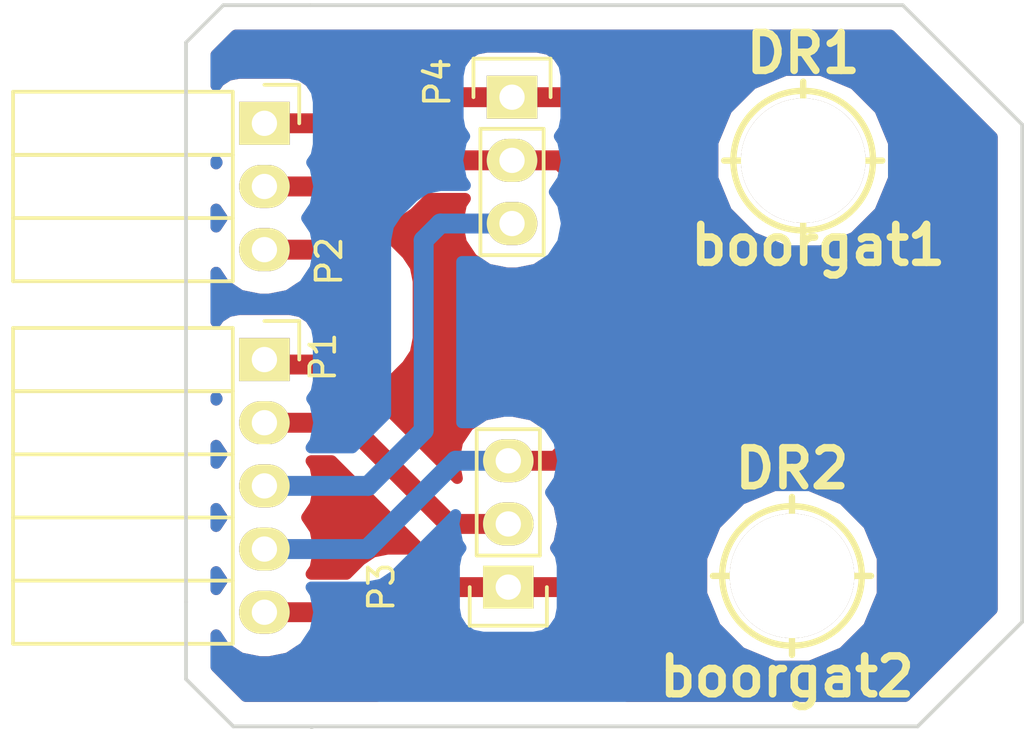
<source format=kicad_pcb>
(kicad_pcb (version 4) (host pcbnew 4.0.2-stable)

  (general
    (links 9)
    (no_connects 0)
    (area 18.324999 13.924999 52.075001 43.125001)
    (thickness 1.6)
    (drawings 15)
    (tracks 36)
    (zones 0)
    (modules 6)
    (nets 6)
  )

  (page A4)
  (layers
    (0 F.Cu signal)
    (31 B.Cu signal)
    (32 B.Adhes user)
    (33 F.Adhes user)
    (34 B.Paste user)
    (35 F.Paste user)
    (36 B.SilkS user)
    (37 F.SilkS user)
    (38 B.Mask user)
    (39 F.Mask user)
    (40 Dwgs.User user)
    (41 Cmts.User user)
    (42 Eco1.User user)
    (43 Eco2.User user)
    (44 Edge.Cuts user)
    (45 Margin user)
    (46 B.CrtYd user)
    (47 F.CrtYd user)
    (48 B.Fab user)
    (49 F.Fab user)
  )

  (setup
    (last_trace_width 0.8)
    (trace_clearance 0.5)
    (zone_clearance 0.908)
    (zone_45_only no)
    (trace_min 0.4)
    (segment_width 0.2)
    (edge_width 0.15)
    (via_size 0.6)
    (via_drill 0.4)
    (via_min_size 0.4)
    (via_min_drill 0.3)
    (uvia_size 0.3)
    (uvia_drill 0.1)
    (uvias_allowed no)
    (uvia_min_size 0.2)
    (uvia_min_drill 0.1)
    (pcb_text_width 0.3)
    (pcb_text_size 1.5 1.5)
    (mod_edge_width 0.15)
    (mod_text_size 1 1)
    (mod_text_width 0.15)
    (pad_size 1.524 1.524)
    (pad_drill 0.762)
    (pad_to_mask_clearance 0.2)
    (aux_axis_origin 0 0)
    (visible_elements 7FFFFFFF)
    (pcbplotparams
      (layerselection 0x00030_80000001)
      (usegerberextensions false)
      (excludeedgelayer true)
      (linewidth 0.100000)
      (plotframeref false)
      (viasonmask false)
      (mode 1)
      (useauxorigin false)
      (hpglpennumber 1)
      (hpglpenspeed 20)
      (hpglpendiameter 15)
      (hpglpenoverlay 2)
      (psnegative false)
      (psa4output false)
      (plotreference true)
      (plotvalue true)
      (plotinvisibletext false)
      (padsonsilk false)
      (subtractmaskfromsilk false)
      (outputformat 1)
      (mirror false)
      (drillshape 0)
      (scaleselection 1)
      (outputdirectory "GERBERS naar productie/"))
  )

  (net 0 "")
  (net 1 /D04)
  (net 2 /VSS)
  (net 3 /VCC)
  (net 4 /D03)
  (net 5 /D02)

  (net_class Default "Dit is de standaard class."
    (clearance 0.5)
    (trace_width 0.8)
    (via_dia 0.6)
    (via_drill 0.4)
    (uvia_dia 0.3)
    (uvia_drill 0.1)
    (add_net /D02)
    (add_net /D03)
    (add_net /D04)
    (add_net /VCC)
    (add_net /VSS)
  )

  (module Socket_Strips:Socket_Strip_Straight_1x03 (layer F.Cu) (tedit 57712E87) (tstamp 576C3E40)
    (at 31.35 37.4 90)
    (descr "Through hole socket strip")
    (tags "socket strip")
    (path /576C09F4)
    (fp_text reference P3 (at 0 -5.1 90) (layer F.SilkS)
      (effects (font (size 1 1) (thickness 0.15)))
    )
    (fp_text value KY-037 (at 2.45 3.3 90) (layer F.Fab)
      (effects (font (size 1 1) (thickness 0.15)))
    )
    (fp_line (start 0 -1.55) (end -1.55 -1.55) (layer F.SilkS) (width 0.15))
    (fp_line (start -1.55 -1.55) (end -1.55 1.55) (layer F.SilkS) (width 0.15))
    (fp_line (start -1.55 1.55) (end 0 1.55) (layer F.SilkS) (width 0.15))
    (fp_line (start -1.75 -1.75) (end -1.75 1.75) (layer F.CrtYd) (width 0.05))
    (fp_line (start 6.85 -1.75) (end 6.85 1.75) (layer F.CrtYd) (width 0.05))
    (fp_line (start -1.75 -1.75) (end 6.85 -1.75) (layer F.CrtYd) (width 0.05))
    (fp_line (start -1.75 1.75) (end 6.85 1.75) (layer F.CrtYd) (width 0.05))
    (fp_line (start 1.27 -1.27) (end 6.35 -1.27) (layer F.SilkS) (width 0.15))
    (fp_line (start 6.35 -1.27) (end 6.35 1.27) (layer F.SilkS) (width 0.15))
    (fp_line (start 6.35 1.27) (end 1.27 1.27) (layer F.SilkS) (width 0.15))
    (fp_line (start 1.27 1.27) (end 1.27 -1.27) (layer F.SilkS) (width 0.15))
    (pad 1 thru_hole rect (at 0 0 90) (size 1.7272 2.032) (drill 1.016) (layers *.Cu *.Mask F.SilkS)
      (net 2 /VSS))
    (pad 2 thru_hole oval (at 2.54 0 90) (size 1.7272 2.032) (drill 1.016) (layers *.Cu *.Mask F.SilkS)
      (net 4 /D03))
    (pad 3 thru_hole oval (at 5.08 0 90) (size 1.7272 2.032) (drill 1.016) (layers *.Cu *.Mask F.SilkS)
      (net 3 /VCC))
    (model Socket_Strips.3dshapes/Socket_Strip_Straight_1x03.wrl
      (at (xyz 0.1 0 0))
      (scale (xyz 1 1 1))
      (rotate (xyz 0 0 180))
    )
  )

  (module Socket_Strips:Socket_Strip_Straight_1x03 (layer F.Cu) (tedit 576CF620) (tstamp 576C3E47)
    (at 31.5 17.7 270)
    (descr "Through hole socket strip")
    (tags "socket strip")
    (path /576C194C)
    (fp_text reference P4 (at -0.6 3 270) (layer F.SilkS)
      (effects (font (size 1 1) (thickness 0.15)))
    )
    (fp_text value KY-006 (at 2.8 -3 270) (layer F.Fab)
      (effects (font (size 1 1) (thickness 0.15)))
    )
    (fp_line (start 0 -1.55) (end -1.55 -1.55) (layer F.SilkS) (width 0.15))
    (fp_line (start -1.55 -1.55) (end -1.55 1.55) (layer F.SilkS) (width 0.15))
    (fp_line (start -1.55 1.55) (end 0 1.55) (layer F.SilkS) (width 0.15))
    (fp_line (start -1.75 -1.75) (end -1.75 1.75) (layer F.CrtYd) (width 0.05))
    (fp_line (start 6.85 -1.75) (end 6.85 1.75) (layer F.CrtYd) (width 0.05))
    (fp_line (start -1.75 -1.75) (end 6.85 -1.75) (layer F.CrtYd) (width 0.05))
    (fp_line (start -1.75 1.75) (end 6.85 1.75) (layer F.CrtYd) (width 0.05))
    (fp_line (start 1.27 -1.27) (end 6.35 -1.27) (layer F.SilkS) (width 0.15))
    (fp_line (start 6.35 -1.27) (end 6.35 1.27) (layer F.SilkS) (width 0.15))
    (fp_line (start 6.35 1.27) (end 1.27 1.27) (layer F.SilkS) (width 0.15))
    (fp_line (start 1.27 1.27) (end 1.27 -1.27) (layer F.SilkS) (width 0.15))
    (pad 1 thru_hole rect (at 0 0 270) (size 1.7272 2.032) (drill 1.016) (layers *.Cu *.Mask F.SilkS)
      (net 2 /VSS))
    (pad 2 thru_hole oval (at 2.54 0 270) (size 1.7272 2.032) (drill 1.016) (layers *.Cu *.Mask F.SilkS)
      (net 3 /VCC))
    (pad 3 thru_hole oval (at 5.08 0 270) (size 1.7272 2.032) (drill 1.016) (layers *.Cu *.Mask F.SilkS)
      (net 5 /D02))
    (model Socket_Strips.3dshapes/Socket_Strip_Straight_1x03.wrl
      (at (xyz 0.1 0 0))
      (scale (xyz 1 1 1))
      (rotate (xyz 0 0 180))
    )
  )

  (module w_details:hole_5mm (layer F.Cu) (tedit 576FC7A0) (tstamp 576FC776)
    (at 43.2 20.25)
    (descr "Hole 5mm")
    (path /576FD019)
    (fp_text reference DR1 (at 0 -4.318) (layer F.SilkS)
      (effects (font (thickness 0.3048)))
    )
    (fp_text value boorgat1 (at 0.6 3.4) (layer F.SilkS)
      (effects (font (thickness 0.3048)))
    )
    (fp_line (start 0 -3.175) (end 0 3.175) (layer F.SilkS) (width 0.254))
    (fp_line (start -3.175 0) (end 3.175 0) (layer F.SilkS) (width 0.254))
    (fp_circle (center 0 0) (end 2.794 -0.254) (layer F.SilkS) (width 0.254))
    (pad 1 thru_hole circle (at 0 0) (size 5.00126 5.00126) (drill 5.00126) (layers *.Cu F.SilkS))
    (model walter/details/hole.wrl
      (at (xyz 0 0 0))
      (scale (xyz 1 1 1))
      (rotate (xyz 0 0 0))
    )
  )

  (module w_details:hole_5mm (layer F.Cu) (tedit 57712E58) (tstamp 57701858)
    (at 42.75 36.95)
    (descr "Hole 5mm")
    (path /57706C5F)
    (fp_text reference DR2 (at 0 -4.318) (layer F.SilkS)
      (effects (font (thickness 0.3048)))
    )
    (fp_text value boorgat2 (at -0.2 4.05) (layer F.SilkS)
      (effects (font (thickness 0.3048)))
    )
    (fp_line (start 0 -3.175) (end 0 3.175) (layer F.SilkS) (width 0.254))
    (fp_line (start -3.175 0) (end 3.175 0) (layer F.SilkS) (width 0.254))
    (fp_circle (center 0 0) (end 2.794 -0.254) (layer F.SilkS) (width 0.254))
    (pad 1 thru_hole circle (at 0 0) (size 5.00126 5.00126) (drill 5.00126) (layers *.Cu F.SilkS))
    (model walter/details/hole.wrl
      (at (xyz 0 0 0))
      (scale (xyz 1 1 1))
      (rotate (xyz 0 0 0))
    )
  )

  (module Socket_Strips:Socket_Strip_Angled_1x05 (layer F.Cu) (tedit 57712A7E) (tstamp 57701859)
    (at 21.55 28.25 270)
    (descr "Through hole socket strip")
    (tags "socket strip")
    (path /57705544)
    (fp_text reference P1 (at -0.1 -2.35 270) (layer F.SilkS)
      (effects (font (size 1 1) (thickness 0.15)))
    )
    (fp_text value CONN_01X05 (at 5.95 -3.2 270) (layer F.Fab)
      (effects (font (size 1 1) (thickness 0.15)))
    )
    (fp_line (start -1.75 -1.5) (end -1.75 10.6) (layer F.CrtYd) (width 0.05))
    (fp_line (start 11.95 -1.5) (end 11.95 10.6) (layer F.CrtYd) (width 0.05))
    (fp_line (start -1.75 -1.5) (end 11.95 -1.5) (layer F.CrtYd) (width 0.05))
    (fp_line (start -1.75 10.6) (end 11.95 10.6) (layer F.CrtYd) (width 0.05))
    (fp_line (start 8.89 1.27) (end 11.43 1.27) (layer F.SilkS) (width 0.15))
    (fp_line (start 8.89 10.1) (end 11.43 10.1) (layer F.SilkS) (width 0.15))
    (fp_line (start 11.43 10.1) (end 11.43 1.27) (layer F.SilkS) (width 0.15))
    (fp_line (start 8.89 10.1) (end 8.89 1.27) (layer F.SilkS) (width 0.15))
    (fp_line (start 6.35 10.1) (end 8.89 10.1) (layer F.SilkS) (width 0.15))
    (fp_line (start 6.35 1.27) (end 8.89 1.27) (layer F.SilkS) (width 0.15))
    (fp_line (start 3.81 1.27) (end 6.35 1.27) (layer F.SilkS) (width 0.15))
    (fp_line (start 3.81 10.1) (end 6.35 10.1) (layer F.SilkS) (width 0.15))
    (fp_line (start 6.35 10.1) (end 6.35 1.27) (layer F.SilkS) (width 0.15))
    (fp_line (start 3.81 10.1) (end 3.81 1.27) (layer F.SilkS) (width 0.15))
    (fp_line (start 1.27 10.1) (end 3.81 10.1) (layer F.SilkS) (width 0.15))
    (fp_line (start 1.27 1.27) (end 1.27 10.1) (layer F.SilkS) (width 0.15))
    (fp_line (start 1.27 1.27) (end 3.81 1.27) (layer F.SilkS) (width 0.15))
    (fp_line (start -1.27 1.27) (end 1.27 1.27) (layer F.SilkS) (width 0.15))
    (fp_line (start 0 -1.4) (end -1.55 -1.4) (layer F.SilkS) (width 0.15))
    (fp_line (start -1.55 -1.4) (end -1.55 0) (layer F.SilkS) (width 0.15))
    (fp_line (start -1.27 1.27) (end -1.27 10.1) (layer F.SilkS) (width 0.15))
    (fp_line (start -1.27 10.1) (end 1.27 10.1) (layer F.SilkS) (width 0.15))
    (fp_line (start 1.27 10.1) (end 1.27 1.27) (layer F.SilkS) (width 0.15))
    (pad 1 thru_hole rect (at 0 0 270) (size 1.7272 2.032) (drill 1.016) (layers *.Cu *.Mask F.SilkS)
      (net 1 /D04))
    (pad 2 thru_hole oval (at 2.54 0 270) (size 1.7272 2.032) (drill 1.016) (layers *.Cu *.Mask F.SilkS)
      (net 4 /D03))
    (pad 3 thru_hole oval (at 5.08 0 270) (size 1.7272 2.032) (drill 1.016) (layers *.Cu *.Mask F.SilkS)
      (net 5 /D02))
    (pad 4 thru_hole oval (at 7.62 0 270) (size 1.7272 2.032) (drill 1.016) (layers *.Cu *.Mask F.SilkS)
      (net 3 /VCC))
    (pad 5 thru_hole oval (at 10.16 0 270) (size 1.7272 2.032) (drill 1.016) (layers *.Cu *.Mask F.SilkS)
      (net 2 /VSS))
    (model Socket_Strips.3dshapes/Socket_Strip_Angled_1x05.wrl
      (at (xyz 0.2 0 0))
      (scale (xyz 1 1 1))
      (rotate (xyz 0 0 180))
    )
  )

  (module Socket_Strips:Socket_Strip_Angled_1x03 (layer F.Cu) (tedit 57712A81) (tstamp 57701867)
    (at 21.55 18.75 270)
    (descr "Through hole socket strip")
    (tags "socket strip")
    (path /57707893)
    (fp_text reference P2 (at 5.55 -2.6 270) (layer F.SilkS)
      (effects (font (size 1 1) (thickness 0.15)))
    )
    (fp_text value CONN_01X03 (at 0 -2.75 270) (layer F.Fab)
      (effects (font (size 1 1) (thickness 0.15)))
    )
    (fp_line (start -1.75 -1.5) (end -1.75 10.6) (layer F.CrtYd) (width 0.05))
    (fp_line (start 6.85 -1.5) (end 6.85 10.6) (layer F.CrtYd) (width 0.05))
    (fp_line (start -1.75 -1.5) (end 6.85 -1.5) (layer F.CrtYd) (width 0.05))
    (fp_line (start -1.75 10.6) (end 6.85 10.6) (layer F.CrtYd) (width 0.05))
    (fp_line (start 3.81 1.27) (end 6.35 1.27) (layer F.SilkS) (width 0.15))
    (fp_line (start 3.81 10.1) (end 6.35 10.1) (layer F.SilkS) (width 0.15))
    (fp_line (start 6.35 10.1) (end 6.35 1.27) (layer F.SilkS) (width 0.15))
    (fp_line (start 3.81 10.1) (end 3.81 1.27) (layer F.SilkS) (width 0.15))
    (fp_line (start 1.27 10.1) (end 3.81 10.1) (layer F.SilkS) (width 0.15))
    (fp_line (start 1.27 1.27) (end 1.27 10.1) (layer F.SilkS) (width 0.15))
    (fp_line (start 1.27 1.27) (end 3.81 1.27) (layer F.SilkS) (width 0.15))
    (fp_line (start -1.27 1.27) (end 1.27 1.27) (layer F.SilkS) (width 0.15))
    (fp_line (start 0 -1.4) (end -1.55 -1.4) (layer F.SilkS) (width 0.15))
    (fp_line (start -1.55 -1.4) (end -1.55 0) (layer F.SilkS) (width 0.15))
    (fp_line (start -1.27 1.27) (end -1.27 10.1) (layer F.SilkS) (width 0.15))
    (fp_line (start -1.27 10.1) (end 1.27 10.1) (layer F.SilkS) (width 0.15))
    (fp_line (start 1.27 10.1) (end 1.27 1.27) (layer F.SilkS) (width 0.15))
    (pad 1 thru_hole rect (at 0 0 270) (size 1.7272 2.032) (drill 1.016) (layers *.Cu *.Mask F.SilkS)
      (net 2 /VSS))
    (pad 2 thru_hole oval (at 2.54 0 270) (size 1.7272 2.032) (drill 1.016) (layers *.Cu *.Mask F.SilkS)
      (net 3 /VCC))
    (pad 3 thru_hole oval (at 5.08 0 270) (size 1.7272 2.032) (drill 1.016) (layers *.Cu *.Mask F.SilkS)
      (net 1 /D04))
    (model Socket_Strips.3dshapes/Socket_Strip_Angled_1x03.wrl
      (at (xyz 0.1 0 0))
      (scale (xyz 1 1 1))
      (rotate (xyz 0 0 180))
    )
  )

  (gr_text Buzzer (at 31.1 40.7) (layer F.Cu)
    (effects (font (size 1.5 1.5) (thickness 0.3)))
  )
  (gr_text Aïsha (at 41.45 28.6) (layer F.Cu)
    (effects (font (size 1.5 1.5) (thickness 0.3)))
  )
  (gr_line (start 19.9 14) (end 23.4 14) (angle 90) (layer Edge.Cuts) (width 0.15))
  (gr_line (start 18.4 15.5) (end 19.9 14) (angle 90) (layer Edge.Cuts) (width 0.15))
  (gr_line (start 18.4 18.95) (end 18.4 15.5) (angle 90) (layer Edge.Cuts) (width 0.15))
  (gr_line (start 23.45 43) (end 23.45 43.05) (angle 90) (layer Edge.Cuts) (width 0.15))
  (gr_line (start 20.3 43) (end 23.45 43) (angle 90) (layer Edge.Cuts) (width 0.15))
  (gr_line (start 18.4 41.1) (end 20.3 43) (angle 90) (layer Edge.Cuts) (width 0.15))
  (gr_line (start 18.4 38) (end 18.4 41.1) (angle 90) (layer Edge.Cuts) (width 0.15))
  (gr_line (start 18.4 19) (end 18.4 38) (angle 90) (layer Edge.Cuts) (width 0.15))
  (gr_line (start 23.4 14) (end 47.2 14) (angle 90) (layer Edge.Cuts) (width 0.15))
  (gr_line (start 47.8 43) (end 23.4 43) (angle 90) (layer Edge.Cuts) (width 0.15))
  (gr_line (start 52 38.8) (end 47.8 43) (angle 90) (layer Edge.Cuts) (width 0.15))
  (gr_line (start 52 18.8) (end 52 38.8) (angle 90) (layer Edge.Cuts) (width 0.15))
  (gr_line (start 47.2 14) (end 52 18.8) (angle 90) (layer Edge.Cuts) (width 0.15))

  (segment (start 21.55 23.83) (end 24.93 23.83) (width 0.8) (layer F.Cu) (net 1))
  (segment (start 25.15 28.45) (end 21.75 28.45) (width 0.8) (layer F.Cu) (net 1) (tstamp 57712DC2))
  (segment (start 26.2 27.4) (end 25.15 28.45) (width 0.8) (layer F.Cu) (net 1) (tstamp 57712DBF))
  (segment (start 26.2 25.1) (end 26.2 27.4) (width 0.8) (layer F.Cu) (net 1) (tstamp 57712DBE))
  (segment (start 24.93 23.83) (end 26.2 25.1) (width 0.8) (layer F.Cu) (net 1) (tstamp 57712DBC))
  (segment (start 21.75 28.45) (end 21.55 28.25) (width 0.8) (layer F.Cu) (net 1) (tstamp 57712DC3))
  (segment (start 31.35 37.4) (end 26.5 37.4) (width 0.8) (layer F.Cu) (net 2))
  (segment (start 25.49 38.41) (end 21.55 38.41) (width 0.8) (layer F.Cu) (net 2) (tstamp 57712E15))
  (segment (start 26.5 37.4) (end 25.49 38.41) (width 0.8) (layer F.Cu) (net 2) (tstamp 57712E13))
  (segment (start 31.5 17.7) (end 27.55 17.7) (width 0.8) (layer F.Cu) (net 2))
  (segment (start 26.5 18.75) (end 21.55 18.75) (width 0.8) (layer F.Cu) (net 2) (tstamp 57712D5C))
  (segment (start 27.55 17.7) (end 26.5 18.75) (width 0.8) (layer F.Cu) (net 2) (tstamp 57712D5B))
  (segment (start 31.5 17.7) (end 36.2 17.7) (width 0.8) (layer F.Cu) (net 2))
  (segment (start 35.5 37.4) (end 31.35 37.4) (width 0.8) (layer F.Cu) (net 2) (tstamp 57712BD3))
  (segment (start 35.55 37.35) (end 35.5 37.4) (width 0.8) (layer F.Cu) (net 2) (tstamp 57712BD1))
  (segment (start 35.55 18.35) (end 35.55 37.35) (width 0.8) (layer F.Cu) (net 2) (tstamp 57712BCB))
  (segment (start 36.2 17.7) (end 35.55 18.35) (width 0.8) (layer F.Cu) (net 2) (tstamp 57712BCA))
  (segment (start 31.35 32.32) (end 29.23 32.32) (width 0.8) (layer B.Cu) (net 3))
  (segment (start 25.68 35.87) (end 21.55 35.87) (width 0.8) (layer B.Cu) (net 3) (tstamp 57712E41))
  (segment (start 29.23 32.32) (end 25.68 35.87) (width 0.8) (layer B.Cu) (net 3) (tstamp 57712E3F))
  (segment (start 21.55 21.29) (end 26.49 21.29) (width 0.8) (layer F.Cu) (net 3))
  (segment (start 27.54 20.24) (end 31.5 20.24) (width 0.8) (layer F.Cu) (net 3) (tstamp 57712DB7))
  (segment (start 26.49 21.29) (end 27.54 20.24) (width 0.8) (layer F.Cu) (net 3) (tstamp 57712DB5))
  (segment (start 31.5 20.24) (end 33.439998 20.24) (width 0.8) (layer F.Cu) (net 3))
  (segment (start 33.279998 32.32) (end 31.35 32.32) (width 0.8) (layer F.Cu) (net 3) (tstamp 57712BE1))
  (segment (start 34.249998 31.35) (end 33.279998 32.32) (width 0.8) (layer F.Cu) (net 3) (tstamp 57712BDD))
  (segment (start 34.249998 21.05) (end 34.249998 31.35) (width 0.8) (layer F.Cu) (net 3) (tstamp 57712BDA))
  (segment (start 33.439998 20.24) (end 34.249998 21.05) (width 0.8) (layer F.Cu) (net 3) (tstamp 57712BD8))
  (segment (start 31.35 34.86) (end 28.96 34.86) (width 0.8) (layer F.Cu) (net 4))
  (segment (start 24.89 30.79) (end 21.55 30.79) (width 0.8) (layer F.Cu) (net 4) (tstamp 57712E0D))
  (segment (start 28.96 34.86) (end 24.89 30.79) (width 0.8) (layer F.Cu) (net 4) (tstamp 57712E0B))
  (segment (start 31.5 22.78) (end 28.62 22.78) (width 0.8) (layer B.Cu) (net 5))
  (segment (start 25.72 33.33) (end 21.55 33.33) (width 0.8) (layer B.Cu) (net 5) (tstamp 57712E3A))
  (segment (start 27.95 31.1) (end 25.72 33.33) (width 0.8) (layer B.Cu) (net 5) (tstamp 57712E36))
  (segment (start 27.95 23.45) (end 27.95 31.1) (width 0.8) (layer B.Cu) (net 5) (tstamp 57712E31))
  (segment (start 28.62 22.78) (end 27.95 23.45) (width 0.8) (layer B.Cu) (net 5) (tstamp 57712E2E))

  (zone (net 0) (net_name "") (layer F.Cu) (tstamp 57712ED6) (hatch edge 0.508)
    (connect_pads (clearance 0.908))
    (min_thickness 0.454)
    (fill yes (arc_segments 16) (thermal_gap 0.508) (thermal_bridge_width 0.508))
    (polygon
      (pts
        (xy 52 18.8) (xy 52 38.85) (xy 47.8 43) (xy 20.3 43) (xy 18.4 41.1)
        (xy 18.4 15.5) (xy 19.95 14) (xy 47.15 14) (xy 52 18.8)
      )
    )
    (filled_polygon
      (pts
        (xy 19.942235 39.823224) (xy 20.590628 40.256466) (xy 21.355459 40.4086) (xy 21.744541 40.4086) (xy 22.509372 40.256466)
        (xy 22.975514 39.945) (xy 25.49 39.945) (xy 26.065 39.830625) (xy 26.065 41.79) (xy 20.801198 41.79)
        (xy 19.61 40.598802) (xy 19.61 39.325999)
      )
    )
    (filled_polygon
      (pts
        (xy 50.79 19.301198) (xy 50.79 38.298802) (xy 47.298802 41.79) (xy 36.135 41.79) (xy 36.135 38.786362)
        (xy 36.585409 38.485409) (xy 36.635409 38.435409) (xy 36.968155 37.937419) (xy 37.021348 37.669999) (xy 39.11374 37.669999)
        (xy 39.666066 39.006728) (xy 40.687892 40.03034) (xy 42.023656 40.584997) (xy 43.469999 40.58626) (xy 44.806728 40.033934)
        (xy 45.83034 39.012108) (xy 46.384997 37.676344) (xy 46.38626 36.230001) (xy 45.833934 34.893272) (xy 44.812108 33.86966)
        (xy 43.476344 33.315003) (xy 42.030001 33.31374) (xy 40.693272 33.866066) (xy 39.66966 34.887892) (xy 39.115003 36.223656)
        (xy 39.11374 37.669999) (xy 37.021348 37.669999) (xy 37.085 37.35) (xy 37.085 25.965) (xy 37.129286 25.965)
        (xy 37.129286 30.935) (xy 45.770715 30.935) (xy 45.770715 25.965) (xy 37.129286 25.965) (xy 37.085 25.965)
        (xy 37.085 20.969999) (xy 39.56374 20.969999) (xy 40.116066 22.306728) (xy 41.137892 23.33034) (xy 42.473656 23.884997)
        (xy 43.919999 23.88626) (xy 45.256728 23.333934) (xy 46.28034 22.312108) (xy 46.834997 20.976344) (xy 46.83626 19.530001)
        (xy 46.283934 18.193272) (xy 45.262108 17.16966) (xy 43.926344 16.615003) (xy 42.480001 16.61374) (xy 41.143272 17.166066)
        (xy 40.11966 18.187892) (xy 39.565003 19.523656) (xy 39.56374 20.969999) (xy 37.085 20.969999) (xy 37.085 18.985818)
        (xy 37.285409 18.785409) (xy 37.618155 18.287419) (xy 37.735 17.7) (xy 37.618155 17.112581) (xy 37.285409 16.614591)
        (xy 36.787419 16.281845) (xy 36.2 16.165) (xy 33.432711 16.165) (xy 33.345515 16.029494) (xy 32.966229 15.770339)
        (xy 32.516 15.679165) (xy 30.484 15.679165) (xy 30.063394 15.758307) (xy 29.677094 16.006885) (xy 29.569059 16.165)
        (xy 27.55 16.165) (xy 26.962581 16.281845) (xy 26.464591 16.614591) (xy 25.864182 17.215) (xy 23.482711 17.215)
        (xy 23.395515 17.079494) (xy 23.016229 16.820339) (xy 22.566 16.729165) (xy 20.534 16.729165) (xy 20.113394 16.808307)
        (xy 19.727094 17.056885) (xy 19.61 17.228258) (xy 19.61 16.001198) (xy 20.401198 15.21) (xy 46.698802 15.21)
      )
    )
    (filled_polygon
      (pts
        (xy 19.846536 37.14) (xy 19.61 37.494001) (xy 19.61 36.785999)
      )
    )
    (filled_polygon
      (pts
        (xy 27.794182 35.865) (xy 26.5 35.865) (xy 25.912581 35.981845) (xy 25.414591 36.314591) (xy 24.854182 36.875)
        (xy 23.430531 36.875) (xy 23.591007 36.634831) (xy 23.743141 35.87) (xy 23.591007 35.105169) (xy 23.253464 34.6)
        (xy 23.591007 34.094831) (xy 23.743141 33.33) (xy 23.591007 32.565169) (xy 23.430531 32.325) (xy 24.254182 32.325)
      )
    )
    (filled_polygon
      (pts
        (xy 34.015 35.865) (xy 33.282711 35.865) (xy 33.257112 35.825219) (xy 33.391007 35.624831) (xy 33.543141 34.86)
        (xy 33.391007 34.095169) (xy 33.230531 33.855) (xy 33.279998 33.855) (xy 33.867417 33.738155) (xy 34.015 33.639543)
      )
    )
    (filled_polygon
      (pts
        (xy 19.846536 34.6) (xy 19.61 34.954001) (xy 19.61 34.245999)
      )
    )
    (filled_polygon
      (pts
        (xy 29.458993 22.015169) (xy 29.306859 22.78) (xy 29.458993 23.544831) (xy 29.892235 24.193224) (xy 30.540628 24.626466)
        (xy 31.305459 24.7786) (xy 31.694541 24.7786) (xy 32.459372 24.626466) (xy 32.714998 24.455662) (xy 32.714998 30.714182)
        (xy 32.696785 30.732395) (xy 32.309372 30.473534) (xy 31.544541 30.3214) (xy 31.155459 30.3214) (xy 30.390628 30.473534)
        (xy 29.742235 30.906776) (xy 29.308993 31.555169) (xy 29.156859 32.32) (xy 29.297408 33.02659) (xy 25.978133 29.707315)
        (xy 26.235409 29.535409) (xy 27.285409 28.485409) (xy 27.618155 27.987419) (xy 27.735 27.4) (xy 27.735 25.1)
        (xy 27.618155 24.512581) (xy 27.285409 24.014591) (xy 26.095818 22.825) (xy 26.49 22.825) (xy 27.077419 22.708155)
        (xy 27.575409 22.375409) (xy 28.175818 21.775) (xy 29.619469 21.775)
      )
    )
    (filled_polygon
      (pts
        (xy 19.846536 32.06) (xy 19.61 32.414001) (xy 19.61 31.705999)
      )
    )
    (filled_polygon
      (pts
        (xy 19.642888 29.824781) (xy 19.61 29.874001) (xy 19.61 29.773673)
      )
    )
    (filled_polygon
      (pts
        (xy 19.942235 25.243224) (xy 20.590628 25.676466) (xy 21.355459 25.8286) (xy 21.744541 25.8286) (xy 22.509372 25.676466)
        (xy 22.975514 25.365) (xy 24.294182 25.365) (xy 24.665 25.735818) (xy 24.665 26.764182) (xy 24.514182 26.915)
        (xy 23.611408 26.915) (xy 23.395515 26.579494) (xy 23.016229 26.320339) (xy 22.566 26.229165) (xy 20.534 26.229165)
        (xy 20.113394 26.308307) (xy 19.727094 26.556885) (xy 19.61 26.728258) (xy 19.61 24.745999)
      )
    )
    (filled_polygon
      (pts
        (xy 19.846536 22.56) (xy 19.61 22.914001) (xy 19.61 22.205999)
      )
    )
    (filled_polygon
      (pts
        (xy 19.642888 20.324781) (xy 19.61 20.374001) (xy 19.61 20.273673)
      )
    )
  )
  (zone (net 0) (net_name "") (layer B.Cu) (tstamp 57712F19) (hatch edge 0.508)
    (connect_pads (clearance 0.908))
    (min_thickness 0.454)
    (fill yes (arc_segments 16) (thermal_gap 0.508) (thermal_bridge_width 0.508))
    (polygon
      (pts
        (xy 19.9 14) (xy 18.45 15.5) (xy 18.4 41.1) (xy 20.25 43) (xy 47.8 43)
        (xy 52 38.8) (xy 52 18.8) (xy 47.2 14) (xy 19.9 14)
      )
    )
    (filled_polygon
      (pts
        (xy 50.79 19.301198) (xy 50.79 38.298802) (xy 47.298802 41.79) (xy 20.801198 41.79) (xy 19.61 40.598802)
        (xy 19.61 39.325999) (xy 19.942235 39.823224) (xy 20.590628 40.256466) (xy 21.355459 40.4086) (xy 21.744541 40.4086)
        (xy 22.509372 40.256466) (xy 23.157765 39.823224) (xy 23.591007 39.174831) (xy 23.743141 38.41) (xy 23.591007 37.645169)
        (xy 23.430531 37.405) (xy 25.68 37.405) (xy 26.267419 37.288155) (xy 26.765409 36.955409) (xy 29.230367 34.490451)
        (xy 29.156859 34.86) (xy 29.308993 35.624831) (xy 29.444545 35.827699) (xy 29.267939 36.086171) (xy 29.176765 36.5364)
        (xy 29.176765 38.2636) (xy 29.255907 38.684206) (xy 29.504485 39.070506) (xy 29.883771 39.329661) (xy 30.334 39.420835)
        (xy 32.366 39.420835) (xy 32.786606 39.341693) (xy 33.172906 39.093115) (xy 33.432061 38.713829) (xy 33.523235 38.2636)
        (xy 33.523235 37.669999) (xy 39.11374 37.669999) (xy 39.666066 39.006728) (xy 40.687892 40.03034) (xy 42.023656 40.584997)
        (xy 43.469999 40.58626) (xy 44.806728 40.033934) (xy 45.83034 39.012108) (xy 46.384997 37.676344) (xy 46.38626 36.230001)
        (xy 45.833934 34.893272) (xy 44.812108 33.86966) (xy 43.476344 33.315003) (xy 42.030001 33.31374) (xy 40.693272 33.866066)
        (xy 39.66966 34.887892) (xy 39.115003 36.223656) (xy 39.11374 37.669999) (xy 33.523235 37.669999) (xy 33.523235 36.5364)
        (xy 33.444093 36.115794) (xy 33.257112 35.825219) (xy 33.391007 35.624831) (xy 33.543141 34.86) (xy 33.391007 34.095169)
        (xy 33.053464 33.59) (xy 33.391007 33.084831) (xy 33.543141 32.32) (xy 33.391007 31.555169) (xy 32.957765 30.906776)
        (xy 32.309372 30.473534) (xy 31.544541 30.3214) (xy 31.155459 30.3214) (xy 30.390628 30.473534) (xy 29.924486 30.785)
        (xy 29.485 30.785) (xy 29.485 24.315) (xy 30.074486 24.315) (xy 30.540628 24.626466) (xy 31.305459 24.7786)
        (xy 31.694541 24.7786) (xy 32.459372 24.626466) (xy 33.107765 24.193224) (xy 33.541007 23.544831) (xy 33.693141 22.78)
        (xy 33.541007 22.015169) (xy 33.203464 21.51) (xy 33.541007 21.004831) (xy 33.547935 20.969999) (xy 39.56374 20.969999)
        (xy 40.116066 22.306728) (xy 41.137892 23.33034) (xy 42.473656 23.884997) (xy 43.919999 23.88626) (xy 45.256728 23.333934)
        (xy 46.28034 22.312108) (xy 46.834997 20.976344) (xy 46.83626 19.530001) (xy 46.283934 18.193272) (xy 45.262108 17.16966)
        (xy 43.926344 16.615003) (xy 42.480001 16.61374) (xy 41.143272 17.166066) (xy 40.11966 18.187892) (xy 39.565003 19.523656)
        (xy 39.56374 20.969999) (xy 33.547935 20.969999) (xy 33.693141 20.24) (xy 33.541007 19.475169) (xy 33.405455 19.272301)
        (xy 33.582061 19.013829) (xy 33.673235 18.5636) (xy 33.673235 16.8364) (xy 33.594093 16.415794) (xy 33.345515 16.029494)
        (xy 32.966229 15.770339) (xy 32.516 15.679165) (xy 30.484 15.679165) (xy 30.063394 15.758307) (xy 29.677094 16.006885)
        (xy 29.417939 16.386171) (xy 29.326765 16.8364) (xy 29.326765 18.5636) (xy 29.405907 18.984206) (xy 29.592888 19.274781)
        (xy 29.458993 19.475169) (xy 29.306859 20.24) (xy 29.458993 21.004831) (xy 29.619469 21.245) (xy 28.62 21.245)
        (xy 28.032581 21.361845) (xy 27.534591 21.694591) (xy 26.864591 22.364591) (xy 26.531845 22.862581) (xy 26.415 23.45)
        (xy 26.415 30.464182) (xy 25.084182 31.795) (xy 23.430531 31.795) (xy 23.591007 31.554831) (xy 23.743141 30.79)
        (xy 23.591007 30.025169) (xy 23.455455 29.822301) (xy 23.632061 29.563829) (xy 23.723235 29.1136) (xy 23.723235 27.3864)
        (xy 23.644093 26.965794) (xy 23.395515 26.579494) (xy 23.016229 26.320339) (xy 22.566 26.229165) (xy 20.534 26.229165)
        (xy 20.113394 26.308307) (xy 19.727094 26.556885) (xy 19.61 26.728258) (xy 19.61 24.745999) (xy 19.942235 25.243224)
        (xy 20.590628 25.676466) (xy 21.355459 25.8286) (xy 21.744541 25.8286) (xy 22.509372 25.676466) (xy 23.157765 25.243224)
        (xy 23.591007 24.594831) (xy 23.743141 23.83) (xy 23.591007 23.065169) (xy 23.253464 22.56) (xy 23.591007 22.054831)
        (xy 23.743141 21.29) (xy 23.591007 20.525169) (xy 23.455455 20.322301) (xy 23.632061 20.063829) (xy 23.723235 19.6136)
        (xy 23.723235 17.8864) (xy 23.644093 17.465794) (xy 23.395515 17.079494) (xy 23.016229 16.820339) (xy 22.566 16.729165)
        (xy 20.534 16.729165) (xy 20.113394 16.808307) (xy 19.727094 17.056885) (xy 19.61 17.228258) (xy 19.61 16.001198)
        (xy 20.401198 15.21) (xy 46.698802 15.21)
      )
    )
    (filled_polygon
      (pts
        (xy 19.846536 37.14) (xy 19.61 37.494001) (xy 19.61 36.785999)
      )
    )
    (filled_polygon
      (pts
        (xy 19.846536 34.6) (xy 19.61 34.954001) (xy 19.61 34.245999)
      )
    )
    (filled_polygon
      (pts
        (xy 19.846536 32.06) (xy 19.61 32.414001) (xy 19.61 31.705999)
      )
    )
    (filled_polygon
      (pts
        (xy 19.642888 29.824781) (xy 19.61 29.874001) (xy 19.61 29.773673)
      )
    )
    (filled_polygon
      (pts
        (xy 19.846536 22.56) (xy 19.61 22.914001) (xy 19.61 22.205999)
      )
    )
    (filled_polygon
      (pts
        (xy 19.642888 20.324781) (xy 19.61 20.374001) (xy 19.61 20.273673)
      )
    )
  )
)

</source>
